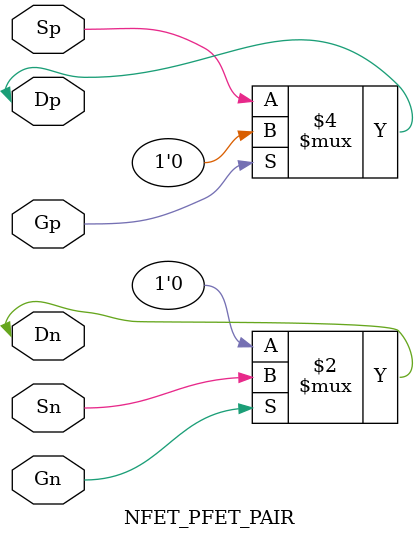
<source format=v>

module \NFET (G, S, D);
	input G;
	input S;
	inout D;

	assign D = (G == 1'b1) ? S : 1'b0;

	`ifdef TIMING
	specify
		// TODO: Real-world generic-ish timing info
	endspecify
	`endif
endmodule

module \DUAL_NFET (G0, S0, D0, G1, S1, D1);
	input G0;
	input S0;
	inout D0;
	input G1;
	input S1;
	inout D1;

	assign D0 = (G0 == 1'b1) ? S0 : 1'b0;
	assign D1 = (G1 == 1'b1) ? S1 : 1'b0;

	`ifdef TIMING
	specify
		// TODO: Real-world generic-ish timing info
	endspecify
	`endif
endmodule

module \PFET (G, S, D);
	input G;
	input S;
	inout D;

	assign D = (G == 1'b0) ? S : 1'b0;

	`ifdef TIMING
	specify
		// TODO: Real-world generic-ish timing info
	endspecify
	`endif
endmodule


module \DUAL_PFET (G0, S0, D0, G1, S1, D1);
	input G0;
	input S0;
	inout D0;

	input G1;
	input S1;
	inout D1;

	assign D0 = (G0 == 1'b0) ? S0 : 1'b0;
	assign D1 = (G1 == 1'b0) ? S1 : 1'b0;

	`ifdef TIMING
	specify
		// TODO: Real-world generic-ish timing info
	endspecify
	`endif
endmodule


module \NFET_PFET_PAIR (Gn, Sn, Dn, Gp, Sp, Dp);
	input Gn;
	input Sn;
	inout Dn;
	input Gp;
	input Sp;
	inout Dp;

	assign Dn = (Gn == 1'b1) ? Sn : 1'b0;
	assign Dp = (Gp == 1'b0) ? Sp : 1'b0;

	`ifdef TIMING
	specify
		// TODO: Real-world generic-ish timing info
	endspecify
	`endif
endmodule

</source>
